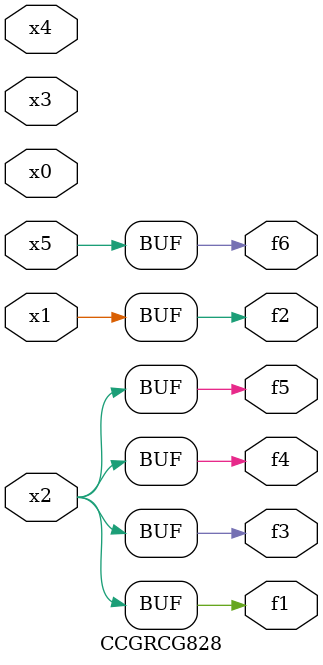
<source format=v>
module CCGRCG828(
	input x0, x1, x2, x3, x4, x5,
	output f1, f2, f3, f4, f5, f6
);
	assign f1 = x2;
	assign f2 = x1;
	assign f3 = x2;
	assign f4 = x2;
	assign f5 = x2;
	assign f6 = x5;
endmodule

</source>
